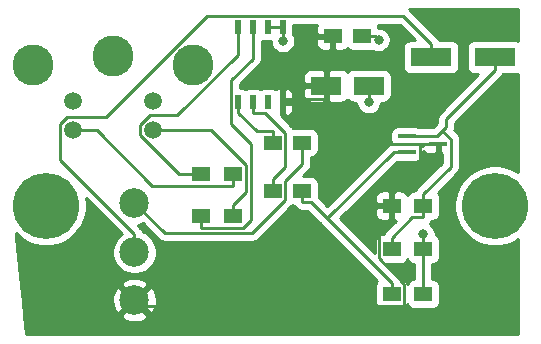
<source format=gbr>
G04 #@! TF.GenerationSoftware,KiCad,Pcbnew,(5.1.4)-1*
G04 #@! TF.CreationDate,2020-06-09T22:55:58+02:00*
G04 #@! TF.ProjectId,S-VHS ZX Spectrum Rev. B,532d5648-5320-45a5-9820-537065637472,rev?*
G04 #@! TF.SameCoordinates,Original*
G04 #@! TF.FileFunction,Copper,L1,Top*
G04 #@! TF.FilePolarity,Positive*
%FSLAX46Y46*%
G04 Gerber Fmt 4.6, Leading zero omitted, Abs format (unit mm)*
G04 Created by KiCad (PCBNEW (5.1.4)-1) date 2020-06-09 22:55:58*
%MOMM*%
%LPD*%
G04 APERTURE LIST*
%ADD10R,0.508000X1.143000*%
%ADD11R,1.500000X1.300000*%
%ADD12C,1.500000*%
%ADD13C,3.465000*%
%ADD14C,5.600000*%
%ADD15R,1.500000X1.250000*%
%ADD16R,2.600000X1.600000*%
%ADD17R,3.500000X1.600000*%
%ADD18C,2.499360*%
%ADD19R,1.500000X0.450000*%
%ADD20C,0.800000*%
%ADD21C,0.250000*%
%ADD22C,0.254000*%
G04 APERTURE END LIST*
D10*
X155194000Y-93726000D03*
X156464000Y-93726000D03*
X157734000Y-93726000D03*
X159004000Y-93726000D03*
X159004000Y-87376000D03*
X157734000Y-87376000D03*
X156464000Y-87376000D03*
X155194000Y-87376000D03*
D11*
X154766000Y-103378000D03*
X152066000Y-103378000D03*
D12*
X141224000Y-93599000D03*
X148024000Y-93599000D03*
X141224000Y-96099000D03*
X148024000Y-96099000D03*
D13*
X137874000Y-90599000D03*
X144624000Y-89799000D03*
X151374000Y-90599000D03*
D14*
X138938000Y-102489000D03*
X176950000Y-102489000D03*
D15*
X158135000Y-97155000D03*
X160635000Y-97155000D03*
X160635000Y-101219000D03*
X158135000Y-101219000D03*
X165715000Y-88138000D03*
X163215000Y-88138000D03*
D16*
X166265000Y-92329000D03*
X162665000Y-92329000D03*
D17*
X176944000Y-89916000D03*
X171544000Y-89916000D03*
D18*
X146431000Y-102235000D03*
X146431000Y-106426000D03*
X146431000Y-110490000D03*
D11*
X170895000Y-102489000D03*
X168195000Y-102489000D03*
X168195000Y-106172000D03*
X170895000Y-106172000D03*
X170895000Y-109982000D03*
X168195000Y-109982000D03*
X152066000Y-99822000D03*
X154766000Y-99822000D03*
D19*
X172145000Y-97282000D03*
X169485000Y-97932000D03*
X169485000Y-96632000D03*
D20*
X159004000Y-88548100D03*
X167101200Y-88448900D03*
X166265000Y-93733200D03*
X170895000Y-104920100D03*
D21*
X170895000Y-102489000D02*
X170895000Y-103464300D01*
X168195000Y-106172000D02*
X168195000Y-105196700D01*
X168195000Y-105196700D02*
X169927400Y-103464300D01*
X169927400Y-103464300D02*
X170895000Y-103464300D01*
X172509100Y-96139200D02*
X172016300Y-96632000D01*
X172016300Y-96632000D02*
X170560300Y-96632000D01*
X176944000Y-91041300D02*
X172804700Y-95180600D01*
X172804700Y-95180600D02*
X172804700Y-95843600D01*
X172804700Y-95843600D02*
X172509100Y-96139200D01*
X172509100Y-96139200D02*
X173220400Y-96850600D01*
X173220400Y-96850600D02*
X173220400Y-99188300D01*
X173220400Y-99188300D02*
X170895000Y-101513700D01*
X170895000Y-102489000D02*
X170895000Y-101513700D01*
X176944000Y-89916000D02*
X176944000Y-91041300D01*
X169485000Y-96632000D02*
X170560300Y-96632000D01*
X171544000Y-89916000D02*
X171544000Y-88790700D01*
X146431000Y-106426000D02*
X146431000Y-104910800D01*
X146431000Y-104910800D02*
X140120300Y-98600100D01*
X140120300Y-98600100D02*
X140120300Y-95596500D01*
X140120300Y-95596500D02*
X140693200Y-95023600D01*
X140693200Y-95023600D02*
X144012700Y-95023600D01*
X144012700Y-95023600D02*
X152598900Y-86437400D01*
X152598900Y-86437400D02*
X169190700Y-86437400D01*
X169190700Y-86437400D02*
X171544000Y-88790700D01*
X159004000Y-88548100D02*
X159004000Y-87376000D01*
X159004000Y-87376000D02*
X157734000Y-87376000D01*
X170895000Y-106172000D02*
X170895000Y-109982000D01*
X170895000Y-104920100D02*
X170895000Y-106172000D01*
X166790300Y-88138000D02*
X167101200Y-88448900D01*
X165715000Y-88138000D02*
X166790300Y-88138000D01*
X166265000Y-92329000D02*
X166265000Y-93733200D01*
X154766000Y-99822000D02*
X154766000Y-100797300D01*
X154766000Y-100797300D02*
X147931900Y-100797300D01*
X147931900Y-100797300D02*
X143233600Y-96099000D01*
X143233600Y-96099000D02*
X141224000Y-96099000D01*
X154766000Y-103378000D02*
X154766000Y-102402700D01*
X148024000Y-96099000D02*
X152908200Y-96099000D01*
X152908200Y-96099000D02*
X155841400Y-99032200D01*
X155841400Y-99032200D02*
X155841400Y-101327300D01*
X155841400Y-101327300D02*
X154766000Y-102402700D01*
X170624000Y-97282000D02*
X171069700Y-97282000D01*
X162665000Y-93454300D02*
X166492700Y-97282000D01*
X166492700Y-97282000D02*
X170624000Y-97282000D01*
X170624000Y-97282000D02*
X170624000Y-99084700D01*
X170624000Y-99084700D02*
X168195000Y-101513700D01*
X168195000Y-102489000D02*
X168195000Y-101513700D01*
X168195000Y-102489000D02*
X168195000Y-103464300D01*
X168195000Y-103464300D02*
X167119600Y-104539700D01*
X167119600Y-104539700D02*
X167119600Y-106956700D01*
X167119600Y-106956700D02*
X169270400Y-109107500D01*
X169270400Y-109107500D02*
X169270400Y-110841800D01*
X169270400Y-110841800D02*
X169154800Y-110957400D01*
X169154800Y-110957400D02*
X146898400Y-110957400D01*
X146898400Y-110957400D02*
X146431000Y-110490000D01*
X159004000Y-93477500D02*
X162641800Y-93477500D01*
X162641800Y-93477500D02*
X162665000Y-93454300D01*
X162665000Y-92329000D02*
X162665000Y-93454300D01*
X159004000Y-93726000D02*
X159004000Y-93477500D01*
X172145000Y-97282000D02*
X171069700Y-97282000D01*
X162665000Y-92329000D02*
X162665000Y-91203700D01*
X163215000Y-88138000D02*
X163215000Y-90653700D01*
X163215000Y-90653700D02*
X162665000Y-91203700D01*
X155194000Y-93726000D02*
X155194000Y-94622800D01*
X158135000Y-97155000D02*
X158135000Y-96204700D01*
X158135000Y-96204700D02*
X156775900Y-96204700D01*
X156775900Y-96204700D02*
X155194000Y-94622800D01*
X146431000Y-102235000D02*
X149016800Y-104820800D01*
X149016800Y-104820800D02*
X156370100Y-104820800D01*
X156370100Y-104820800D02*
X159210400Y-101980500D01*
X159210400Y-101980500D02*
X159210400Y-100384300D01*
X159210400Y-100384300D02*
X160635000Y-98959700D01*
X160635000Y-98959700D02*
X160635000Y-97155000D01*
X162765000Y-103576700D02*
X168195000Y-109006700D01*
X160635000Y-102169300D02*
X161357600Y-102169300D01*
X161357600Y-102169300D02*
X162765000Y-103576700D01*
X168409700Y-97932000D02*
X162765000Y-103576700D01*
X169485000Y-97932000D02*
X168409700Y-97932000D01*
X160635000Y-101219000D02*
X160635000Y-102169300D01*
X168195000Y-109982000D02*
X168195000Y-109006700D01*
X158135000Y-101219000D02*
X158135000Y-100268700D01*
X156464000Y-93726000D02*
X156464000Y-94622800D01*
X156464000Y-94622800D02*
X157517400Y-94622800D01*
X157517400Y-94622800D02*
X159210400Y-96315800D01*
X159210400Y-96315800D02*
X159210400Y-99193300D01*
X159210400Y-99193300D02*
X158135000Y-100268700D01*
X152066000Y-99822000D02*
X150210000Y-99822000D01*
X150210000Y-99822000D02*
X146933000Y-96545000D01*
X146933000Y-96545000D02*
X146933000Y-95629500D01*
X146933000Y-95629500D02*
X147713500Y-94849000D01*
X147713500Y-94849000D02*
X150052100Y-94849000D01*
X150052100Y-94849000D02*
X155194000Y-89707100D01*
X155194000Y-89707100D02*
X155194000Y-87376000D01*
X152066000Y-103378000D02*
X152066000Y-104353300D01*
X152066000Y-104353300D02*
X155650900Y-104353300D01*
X155650900Y-104353300D02*
X156316900Y-103687300D01*
X156316900Y-103687300D02*
X156316900Y-97298500D01*
X156316900Y-97298500D02*
X154614600Y-95596200D01*
X154614600Y-95596200D02*
X154614600Y-91885300D01*
X154614600Y-91885300D02*
X156464000Y-90035900D01*
X156464000Y-90035900D02*
X156464000Y-87376000D01*
D22*
G36*
X178918001Y-99672737D02*
G01*
X178577082Y-99444943D01*
X177951952Y-99186006D01*
X177288318Y-99054000D01*
X176611682Y-99054000D01*
X175948048Y-99186006D01*
X175322918Y-99444943D01*
X174760315Y-99820862D01*
X174281862Y-100299315D01*
X173905943Y-100861918D01*
X173647006Y-101487048D01*
X173515000Y-102150682D01*
X173515000Y-102827318D01*
X173647006Y-103490952D01*
X173905943Y-104116082D01*
X174281862Y-104678685D01*
X174760315Y-105157138D01*
X175322918Y-105533057D01*
X175948048Y-105791994D01*
X176611682Y-105924000D01*
X177288318Y-105924000D01*
X177951952Y-105791994D01*
X178577082Y-105533057D01*
X178918001Y-105305263D01*
X178918001Y-113386000D01*
X137248430Y-113386000D01*
X137087875Y-111803377D01*
X145297229Y-111803377D01*
X145423104Y-112093315D01*
X145755262Y-112259139D01*
X146113387Y-112356975D01*
X146483719Y-112383065D01*
X146852025Y-112336405D01*
X147204151Y-112218789D01*
X147438896Y-112093315D01*
X147564771Y-111803377D01*
X146431000Y-110669605D01*
X145297229Y-111803377D01*
X137087875Y-111803377D01*
X136959982Y-110542719D01*
X144537935Y-110542719D01*
X144584595Y-110911025D01*
X144702211Y-111263151D01*
X144827685Y-111497896D01*
X145117623Y-111623771D01*
X146251395Y-110490000D01*
X146610605Y-110490000D01*
X147744377Y-111623771D01*
X148034315Y-111497896D01*
X148200139Y-111165738D01*
X148297975Y-110807613D01*
X148324065Y-110437281D01*
X148277405Y-110068975D01*
X148159789Y-109716849D01*
X148034315Y-109482104D01*
X147744377Y-109356229D01*
X146610605Y-110490000D01*
X146251395Y-110490000D01*
X145117623Y-109356229D01*
X144827685Y-109482104D01*
X144661861Y-109814262D01*
X144564025Y-110172387D01*
X144537935Y-110542719D01*
X136959982Y-110542719D01*
X136821393Y-109176623D01*
X145297229Y-109176623D01*
X146431000Y-110310395D01*
X147564771Y-109176623D01*
X147438896Y-108886685D01*
X147106738Y-108720861D01*
X146748613Y-108623025D01*
X146378281Y-108596935D01*
X146009975Y-108643595D01*
X145657849Y-108761211D01*
X145423104Y-108886685D01*
X145297229Y-109176623D01*
X136821393Y-109176623D01*
X136423000Y-105249613D01*
X136423000Y-104831823D01*
X136748315Y-105157138D01*
X137310918Y-105533057D01*
X137936048Y-105791994D01*
X138599682Y-105924000D01*
X139276318Y-105924000D01*
X139939952Y-105791994D01*
X140565082Y-105533057D01*
X141127685Y-105157138D01*
X141606138Y-104678685D01*
X141982057Y-104116082D01*
X142240994Y-103490952D01*
X142373000Y-102827318D01*
X142373000Y-102150682D01*
X142317608Y-101872209D01*
X145336221Y-104890823D01*
X145229587Y-104962074D01*
X144967074Y-105224587D01*
X144760818Y-105533269D01*
X144618747Y-105876259D01*
X144546320Y-106240375D01*
X144546320Y-106611625D01*
X144618747Y-106975741D01*
X144760818Y-107318731D01*
X144967074Y-107627413D01*
X145229587Y-107889926D01*
X145538269Y-108096182D01*
X145881259Y-108238253D01*
X146245375Y-108310680D01*
X146616625Y-108310680D01*
X146980741Y-108238253D01*
X147323731Y-108096182D01*
X147632413Y-107889926D01*
X147894926Y-107627413D01*
X148101182Y-107318731D01*
X148243253Y-106975741D01*
X148315680Y-106611625D01*
X148315680Y-106240375D01*
X148243253Y-105876259D01*
X148101182Y-105533269D01*
X147894926Y-105224587D01*
X147632413Y-104962074D01*
X147323731Y-104755818D01*
X147157268Y-104686867D01*
X147136546Y-104618553D01*
X147065974Y-104486524D01*
X146994799Y-104399797D01*
X146971001Y-104370799D01*
X146942003Y-104347001D01*
X146698413Y-104103411D01*
X146980741Y-104047253D01*
X147113472Y-103992274D01*
X148453005Y-105331808D01*
X148476799Y-105360801D01*
X148505792Y-105384595D01*
X148505796Y-105384599D01*
X148552585Y-105422997D01*
X148592524Y-105455774D01*
X148724553Y-105526346D01*
X148867814Y-105569803D01*
X148979467Y-105580800D01*
X148979476Y-105580800D01*
X149016799Y-105584476D01*
X149054122Y-105580800D01*
X156332778Y-105580800D01*
X156370100Y-105584476D01*
X156407422Y-105580800D01*
X156407433Y-105580800D01*
X156519086Y-105569803D01*
X156662347Y-105526346D01*
X156794376Y-105455774D01*
X156910101Y-105360801D01*
X156933904Y-105331797D01*
X159721404Y-102544298D01*
X159750401Y-102520501D01*
X159789646Y-102472681D01*
X159885000Y-102482072D01*
X159940425Y-102482072D01*
X160000026Y-102593576D01*
X160094999Y-102709301D01*
X160210724Y-102804274D01*
X160342753Y-102874846D01*
X160486014Y-102918303D01*
X160597667Y-102929300D01*
X160635000Y-102932977D01*
X160672333Y-102929300D01*
X161042799Y-102929300D01*
X162201200Y-104087702D01*
X162224999Y-104116701D01*
X162254003Y-104140504D01*
X166994089Y-108880590D01*
X166993815Y-108880815D01*
X166914463Y-108977506D01*
X166855498Y-109087820D01*
X166819188Y-109207518D01*
X166806928Y-109332000D01*
X166806928Y-110632000D01*
X166819188Y-110756482D01*
X166855498Y-110876180D01*
X166914463Y-110986494D01*
X166993815Y-111083185D01*
X167090506Y-111162537D01*
X167200820Y-111221502D01*
X167320518Y-111257812D01*
X167445000Y-111270072D01*
X168945000Y-111270072D01*
X169069482Y-111257812D01*
X169189180Y-111221502D01*
X169299494Y-111162537D01*
X169396185Y-111083185D01*
X169475537Y-110986494D01*
X169534502Y-110876180D01*
X169545000Y-110841573D01*
X169555498Y-110876180D01*
X169614463Y-110986494D01*
X169693815Y-111083185D01*
X169790506Y-111162537D01*
X169900820Y-111221502D01*
X170020518Y-111257812D01*
X170145000Y-111270072D01*
X171645000Y-111270072D01*
X171769482Y-111257812D01*
X171889180Y-111221502D01*
X171999494Y-111162537D01*
X172096185Y-111083185D01*
X172175537Y-110986494D01*
X172234502Y-110876180D01*
X172270812Y-110756482D01*
X172283072Y-110632000D01*
X172283072Y-109332000D01*
X172270812Y-109207518D01*
X172234502Y-109087820D01*
X172175537Y-108977506D01*
X172096185Y-108880815D01*
X171999494Y-108801463D01*
X171889180Y-108742498D01*
X171769482Y-108706188D01*
X171655000Y-108694913D01*
X171655000Y-107459087D01*
X171769482Y-107447812D01*
X171889180Y-107411502D01*
X171999494Y-107352537D01*
X172096185Y-107273185D01*
X172175537Y-107176494D01*
X172234502Y-107066180D01*
X172270812Y-106946482D01*
X172283072Y-106822000D01*
X172283072Y-105522000D01*
X172270812Y-105397518D01*
X172234502Y-105277820D01*
X172175537Y-105167506D01*
X172096185Y-105070815D01*
X171999494Y-104991463D01*
X171930000Y-104954317D01*
X171930000Y-104818161D01*
X171890226Y-104618202D01*
X171812205Y-104429844D01*
X171698937Y-104260326D01*
X171554774Y-104116163D01*
X171413621Y-104021848D01*
X171435001Y-104004301D01*
X171529974Y-103888576D01*
X171589575Y-103777072D01*
X171645000Y-103777072D01*
X171769482Y-103764812D01*
X171889180Y-103728502D01*
X171999494Y-103669537D01*
X172096185Y-103590185D01*
X172175537Y-103493494D01*
X172234502Y-103383180D01*
X172270812Y-103263482D01*
X172283072Y-103139000D01*
X172283072Y-101839000D01*
X172270812Y-101714518D01*
X172234502Y-101594820D01*
X172175537Y-101484506D01*
X172096185Y-101387815D01*
X172095911Y-101387590D01*
X173731403Y-99752099D01*
X173760401Y-99728301D01*
X173855374Y-99612576D01*
X173925946Y-99480547D01*
X173969403Y-99337286D01*
X173980400Y-99225633D01*
X173980400Y-99225624D01*
X173984076Y-99188301D01*
X173980400Y-99150978D01*
X173980400Y-96887950D01*
X173984076Y-96850653D01*
X173980400Y-96813302D01*
X173980400Y-96813267D01*
X173975006Y-96758499D01*
X173969413Y-96701666D01*
X173969406Y-96701642D01*
X173969403Y-96701614D01*
X173945763Y-96623681D01*
X173925966Y-96558403D01*
X173925955Y-96558382D01*
X173925946Y-96558353D01*
X173890031Y-96491162D01*
X173855404Y-96426368D01*
X173855385Y-96426345D01*
X173855374Y-96426324D01*
X173808408Y-96369095D01*
X173784235Y-96339637D01*
X173784217Y-96339619D01*
X173760401Y-96310599D01*
X173731423Y-96286818D01*
X173526593Y-96081959D01*
X173553703Y-95992586D01*
X173564700Y-95880933D01*
X173568377Y-95843600D01*
X173564700Y-95806267D01*
X173564700Y-95495401D01*
X177455003Y-91605099D01*
X177484001Y-91581301D01*
X177578974Y-91465576D01*
X177638575Y-91354072D01*
X178694000Y-91354072D01*
X178818482Y-91341812D01*
X178918000Y-91311623D01*
X178918001Y-99672737D01*
X178918001Y-99672737D01*
G37*
X178918001Y-99672737D02*
X178577082Y-99444943D01*
X177951952Y-99186006D01*
X177288318Y-99054000D01*
X176611682Y-99054000D01*
X175948048Y-99186006D01*
X175322918Y-99444943D01*
X174760315Y-99820862D01*
X174281862Y-100299315D01*
X173905943Y-100861918D01*
X173647006Y-101487048D01*
X173515000Y-102150682D01*
X173515000Y-102827318D01*
X173647006Y-103490952D01*
X173905943Y-104116082D01*
X174281862Y-104678685D01*
X174760315Y-105157138D01*
X175322918Y-105533057D01*
X175948048Y-105791994D01*
X176611682Y-105924000D01*
X177288318Y-105924000D01*
X177951952Y-105791994D01*
X178577082Y-105533057D01*
X178918001Y-105305263D01*
X178918001Y-113386000D01*
X137248430Y-113386000D01*
X137087875Y-111803377D01*
X145297229Y-111803377D01*
X145423104Y-112093315D01*
X145755262Y-112259139D01*
X146113387Y-112356975D01*
X146483719Y-112383065D01*
X146852025Y-112336405D01*
X147204151Y-112218789D01*
X147438896Y-112093315D01*
X147564771Y-111803377D01*
X146431000Y-110669605D01*
X145297229Y-111803377D01*
X137087875Y-111803377D01*
X136959982Y-110542719D01*
X144537935Y-110542719D01*
X144584595Y-110911025D01*
X144702211Y-111263151D01*
X144827685Y-111497896D01*
X145117623Y-111623771D01*
X146251395Y-110490000D01*
X146610605Y-110490000D01*
X147744377Y-111623771D01*
X148034315Y-111497896D01*
X148200139Y-111165738D01*
X148297975Y-110807613D01*
X148324065Y-110437281D01*
X148277405Y-110068975D01*
X148159789Y-109716849D01*
X148034315Y-109482104D01*
X147744377Y-109356229D01*
X146610605Y-110490000D01*
X146251395Y-110490000D01*
X145117623Y-109356229D01*
X144827685Y-109482104D01*
X144661861Y-109814262D01*
X144564025Y-110172387D01*
X144537935Y-110542719D01*
X136959982Y-110542719D01*
X136821393Y-109176623D01*
X145297229Y-109176623D01*
X146431000Y-110310395D01*
X147564771Y-109176623D01*
X147438896Y-108886685D01*
X147106738Y-108720861D01*
X146748613Y-108623025D01*
X146378281Y-108596935D01*
X146009975Y-108643595D01*
X145657849Y-108761211D01*
X145423104Y-108886685D01*
X145297229Y-109176623D01*
X136821393Y-109176623D01*
X136423000Y-105249613D01*
X136423000Y-104831823D01*
X136748315Y-105157138D01*
X137310918Y-105533057D01*
X137936048Y-105791994D01*
X138599682Y-105924000D01*
X139276318Y-105924000D01*
X139939952Y-105791994D01*
X140565082Y-105533057D01*
X141127685Y-105157138D01*
X141606138Y-104678685D01*
X141982057Y-104116082D01*
X142240994Y-103490952D01*
X142373000Y-102827318D01*
X142373000Y-102150682D01*
X142317608Y-101872209D01*
X145336221Y-104890823D01*
X145229587Y-104962074D01*
X144967074Y-105224587D01*
X144760818Y-105533269D01*
X144618747Y-105876259D01*
X144546320Y-106240375D01*
X144546320Y-106611625D01*
X144618747Y-106975741D01*
X144760818Y-107318731D01*
X144967074Y-107627413D01*
X145229587Y-107889926D01*
X145538269Y-108096182D01*
X145881259Y-108238253D01*
X146245375Y-108310680D01*
X146616625Y-108310680D01*
X146980741Y-108238253D01*
X147323731Y-108096182D01*
X147632413Y-107889926D01*
X147894926Y-107627413D01*
X148101182Y-107318731D01*
X148243253Y-106975741D01*
X148315680Y-106611625D01*
X148315680Y-106240375D01*
X148243253Y-105876259D01*
X148101182Y-105533269D01*
X147894926Y-105224587D01*
X147632413Y-104962074D01*
X147323731Y-104755818D01*
X147157268Y-104686867D01*
X147136546Y-104618553D01*
X147065974Y-104486524D01*
X146994799Y-104399797D01*
X146971001Y-104370799D01*
X146942003Y-104347001D01*
X146698413Y-104103411D01*
X146980741Y-104047253D01*
X147113472Y-103992274D01*
X148453005Y-105331808D01*
X148476799Y-105360801D01*
X148505792Y-105384595D01*
X148505796Y-105384599D01*
X148552585Y-105422997D01*
X148592524Y-105455774D01*
X148724553Y-105526346D01*
X148867814Y-105569803D01*
X148979467Y-105580800D01*
X148979476Y-105580800D01*
X149016799Y-105584476D01*
X149054122Y-105580800D01*
X156332778Y-105580800D01*
X156370100Y-105584476D01*
X156407422Y-105580800D01*
X156407433Y-105580800D01*
X156519086Y-105569803D01*
X156662347Y-105526346D01*
X156794376Y-105455774D01*
X156910101Y-105360801D01*
X156933904Y-105331797D01*
X159721404Y-102544298D01*
X159750401Y-102520501D01*
X159789646Y-102472681D01*
X159885000Y-102482072D01*
X159940425Y-102482072D01*
X160000026Y-102593576D01*
X160094999Y-102709301D01*
X160210724Y-102804274D01*
X160342753Y-102874846D01*
X160486014Y-102918303D01*
X160597667Y-102929300D01*
X160635000Y-102932977D01*
X160672333Y-102929300D01*
X161042799Y-102929300D01*
X162201200Y-104087702D01*
X162224999Y-104116701D01*
X162254003Y-104140504D01*
X166994089Y-108880590D01*
X166993815Y-108880815D01*
X166914463Y-108977506D01*
X166855498Y-109087820D01*
X166819188Y-109207518D01*
X166806928Y-109332000D01*
X166806928Y-110632000D01*
X166819188Y-110756482D01*
X166855498Y-110876180D01*
X166914463Y-110986494D01*
X166993815Y-111083185D01*
X167090506Y-111162537D01*
X167200820Y-111221502D01*
X167320518Y-111257812D01*
X167445000Y-111270072D01*
X168945000Y-111270072D01*
X169069482Y-111257812D01*
X169189180Y-111221502D01*
X169299494Y-111162537D01*
X169396185Y-111083185D01*
X169475537Y-110986494D01*
X169534502Y-110876180D01*
X169545000Y-110841573D01*
X169555498Y-110876180D01*
X169614463Y-110986494D01*
X169693815Y-111083185D01*
X169790506Y-111162537D01*
X169900820Y-111221502D01*
X170020518Y-111257812D01*
X170145000Y-111270072D01*
X171645000Y-111270072D01*
X171769482Y-111257812D01*
X171889180Y-111221502D01*
X171999494Y-111162537D01*
X172096185Y-111083185D01*
X172175537Y-110986494D01*
X172234502Y-110876180D01*
X172270812Y-110756482D01*
X172283072Y-110632000D01*
X172283072Y-109332000D01*
X172270812Y-109207518D01*
X172234502Y-109087820D01*
X172175537Y-108977506D01*
X172096185Y-108880815D01*
X171999494Y-108801463D01*
X171889180Y-108742498D01*
X171769482Y-108706188D01*
X171655000Y-108694913D01*
X171655000Y-107459087D01*
X171769482Y-107447812D01*
X171889180Y-107411502D01*
X171999494Y-107352537D01*
X172096185Y-107273185D01*
X172175537Y-107176494D01*
X172234502Y-107066180D01*
X172270812Y-106946482D01*
X172283072Y-106822000D01*
X172283072Y-105522000D01*
X172270812Y-105397518D01*
X172234502Y-105277820D01*
X172175537Y-105167506D01*
X172096185Y-105070815D01*
X171999494Y-104991463D01*
X171930000Y-104954317D01*
X171930000Y-104818161D01*
X171890226Y-104618202D01*
X171812205Y-104429844D01*
X171698937Y-104260326D01*
X171554774Y-104116163D01*
X171413621Y-104021848D01*
X171435001Y-104004301D01*
X171529974Y-103888576D01*
X171589575Y-103777072D01*
X171645000Y-103777072D01*
X171769482Y-103764812D01*
X171889180Y-103728502D01*
X171999494Y-103669537D01*
X172096185Y-103590185D01*
X172175537Y-103493494D01*
X172234502Y-103383180D01*
X172270812Y-103263482D01*
X172283072Y-103139000D01*
X172283072Y-101839000D01*
X172270812Y-101714518D01*
X172234502Y-101594820D01*
X172175537Y-101484506D01*
X172096185Y-101387815D01*
X172095911Y-101387590D01*
X173731403Y-99752099D01*
X173760401Y-99728301D01*
X173855374Y-99612576D01*
X173925946Y-99480547D01*
X173969403Y-99337286D01*
X173980400Y-99225633D01*
X173980400Y-99225624D01*
X173984076Y-99188301D01*
X173980400Y-99150978D01*
X173980400Y-96887950D01*
X173984076Y-96850653D01*
X173980400Y-96813302D01*
X173980400Y-96813267D01*
X173975006Y-96758499D01*
X173969413Y-96701666D01*
X173969406Y-96701642D01*
X173969403Y-96701614D01*
X173945763Y-96623681D01*
X173925966Y-96558403D01*
X173925955Y-96558382D01*
X173925946Y-96558353D01*
X173890031Y-96491162D01*
X173855404Y-96426368D01*
X173855385Y-96426345D01*
X173855374Y-96426324D01*
X173808408Y-96369095D01*
X173784235Y-96339637D01*
X173784217Y-96339619D01*
X173760401Y-96310599D01*
X173731423Y-96286818D01*
X173526593Y-96081959D01*
X173553703Y-95992586D01*
X173564700Y-95880933D01*
X173568377Y-95843600D01*
X173564700Y-95806267D01*
X173564700Y-95495401D01*
X177455003Y-91605099D01*
X177484001Y-91581301D01*
X177578974Y-91465576D01*
X177638575Y-91354072D01*
X178694000Y-91354072D01*
X178818482Y-91341812D01*
X178918000Y-91311623D01*
X178918001Y-99672737D01*
G36*
X169555498Y-107066180D02*
G01*
X169614463Y-107176494D01*
X169693815Y-107273185D01*
X169790506Y-107352537D01*
X169900820Y-107411502D01*
X170020518Y-107447812D01*
X170135000Y-107459087D01*
X170135001Y-108694913D01*
X170020518Y-108706188D01*
X169900820Y-108742498D01*
X169790506Y-108801463D01*
X169693815Y-108880815D01*
X169614463Y-108977506D01*
X169555498Y-109087820D01*
X169545000Y-109122427D01*
X169534502Y-109087820D01*
X169475537Y-108977506D01*
X169396185Y-108880815D01*
X169299494Y-108801463D01*
X169189180Y-108742498D01*
X169069482Y-108706188D01*
X168945000Y-108693928D01*
X168889575Y-108693928D01*
X168829974Y-108582424D01*
X168735001Y-108466699D01*
X168706003Y-108442901D01*
X167723174Y-107460072D01*
X168945000Y-107460072D01*
X169069482Y-107447812D01*
X169189180Y-107411502D01*
X169299494Y-107352537D01*
X169396185Y-107273185D01*
X169475537Y-107176494D01*
X169534502Y-107066180D01*
X169545000Y-107031573D01*
X169555498Y-107066180D01*
X169555498Y-107066180D01*
G37*
X169555498Y-107066180D02*
X169614463Y-107176494D01*
X169693815Y-107273185D01*
X169790506Y-107352537D01*
X169900820Y-107411502D01*
X170020518Y-107447812D01*
X170135000Y-107459087D01*
X170135001Y-108694913D01*
X170020518Y-108706188D01*
X169900820Y-108742498D01*
X169790506Y-108801463D01*
X169693815Y-108880815D01*
X169614463Y-108977506D01*
X169555498Y-109087820D01*
X169545000Y-109122427D01*
X169534502Y-109087820D01*
X169475537Y-108977506D01*
X169396185Y-108880815D01*
X169299494Y-108801463D01*
X169189180Y-108742498D01*
X169069482Y-108706188D01*
X168945000Y-108693928D01*
X168889575Y-108693928D01*
X168829974Y-108582424D01*
X168735001Y-108466699D01*
X168706003Y-108442901D01*
X167723174Y-107460072D01*
X168945000Y-107460072D01*
X169069482Y-107447812D01*
X169189180Y-107411502D01*
X169299494Y-107352537D01*
X169396185Y-107273185D01*
X169475537Y-107176494D01*
X169534502Y-107066180D01*
X169545000Y-107031573D01*
X169555498Y-107066180D01*
G36*
X172292000Y-97380000D02*
G01*
X172272000Y-97380000D01*
X172272000Y-97983250D01*
X172430750Y-98142000D01*
X172460401Y-98142196D01*
X172460401Y-98873497D01*
X170383998Y-100949901D01*
X170355000Y-100973699D01*
X170331202Y-101002697D01*
X170331201Y-101002698D01*
X170260026Y-101089424D01*
X170200425Y-101200928D01*
X170145000Y-101200928D01*
X170020518Y-101213188D01*
X169900820Y-101249498D01*
X169790506Y-101308463D01*
X169693815Y-101387815D01*
X169614463Y-101484506D01*
X169555498Y-101594820D01*
X169545000Y-101629427D01*
X169534502Y-101594820D01*
X169475537Y-101484506D01*
X169396185Y-101387815D01*
X169299494Y-101308463D01*
X169189180Y-101249498D01*
X169069482Y-101213188D01*
X168945000Y-101200928D01*
X168480750Y-101204000D01*
X168322000Y-101362750D01*
X168322000Y-102362000D01*
X168342000Y-102362000D01*
X168342000Y-102616000D01*
X168322000Y-102616000D01*
X168322000Y-103615250D01*
X168480750Y-103774000D01*
X168542490Y-103774409D01*
X167683998Y-104632901D01*
X167655000Y-104656699D01*
X167631202Y-104685697D01*
X167631201Y-104685698D01*
X167560026Y-104772424D01*
X167500425Y-104883928D01*
X167445000Y-104883928D01*
X167320518Y-104896188D01*
X167200820Y-104932498D01*
X167090506Y-104991463D01*
X166993815Y-105070815D01*
X166914463Y-105167506D01*
X166855498Y-105277820D01*
X166819188Y-105397518D01*
X166806928Y-105522000D01*
X166806928Y-106543826D01*
X163839801Y-103576700D01*
X164277501Y-103139000D01*
X166806928Y-103139000D01*
X166819188Y-103263482D01*
X166855498Y-103383180D01*
X166914463Y-103493494D01*
X166993815Y-103590185D01*
X167090506Y-103669537D01*
X167200820Y-103728502D01*
X167320518Y-103764812D01*
X167445000Y-103777072D01*
X167909250Y-103774000D01*
X168068000Y-103615250D01*
X168068000Y-102616000D01*
X166968750Y-102616000D01*
X166810000Y-102774750D01*
X166806928Y-103139000D01*
X164277501Y-103139000D01*
X165577501Y-101839000D01*
X166806928Y-101839000D01*
X166810000Y-102203250D01*
X166968750Y-102362000D01*
X168068000Y-102362000D01*
X168068000Y-101362750D01*
X167909250Y-101204000D01*
X167445000Y-101200928D01*
X167320518Y-101213188D01*
X167200820Y-101249498D01*
X167090506Y-101308463D01*
X166993815Y-101387815D01*
X166914463Y-101484506D01*
X166855498Y-101594820D01*
X166819188Y-101714518D01*
X166806928Y-101839000D01*
X165577501Y-101839000D01*
X168631612Y-98784890D01*
X168735000Y-98795072D01*
X170235000Y-98795072D01*
X170359482Y-98782812D01*
X170479180Y-98746502D01*
X170589494Y-98687537D01*
X170686185Y-98608185D01*
X170765537Y-98511494D01*
X170824502Y-98401180D01*
X170860812Y-98281482D01*
X170873072Y-98157000D01*
X170873072Y-97873221D01*
X170950574Y-97964844D01*
X171048434Y-98042750D01*
X171159613Y-98100067D01*
X171279838Y-98134593D01*
X171404488Y-98145001D01*
X171859250Y-98142000D01*
X172018000Y-97983250D01*
X172018000Y-97395509D01*
X172053622Y-97392000D01*
X172053633Y-97392000D01*
X172165286Y-97381003D01*
X172292000Y-97342565D01*
X172292000Y-97380000D01*
X172292000Y-97380000D01*
G37*
X172292000Y-97380000D02*
X172272000Y-97380000D01*
X172272000Y-97983250D01*
X172430750Y-98142000D01*
X172460401Y-98142196D01*
X172460401Y-98873497D01*
X170383998Y-100949901D01*
X170355000Y-100973699D01*
X170331202Y-101002697D01*
X170331201Y-101002698D01*
X170260026Y-101089424D01*
X170200425Y-101200928D01*
X170145000Y-101200928D01*
X170020518Y-101213188D01*
X169900820Y-101249498D01*
X169790506Y-101308463D01*
X169693815Y-101387815D01*
X169614463Y-101484506D01*
X169555498Y-101594820D01*
X169545000Y-101629427D01*
X169534502Y-101594820D01*
X169475537Y-101484506D01*
X169396185Y-101387815D01*
X169299494Y-101308463D01*
X169189180Y-101249498D01*
X169069482Y-101213188D01*
X168945000Y-101200928D01*
X168480750Y-101204000D01*
X168322000Y-101362750D01*
X168322000Y-102362000D01*
X168342000Y-102362000D01*
X168342000Y-102616000D01*
X168322000Y-102616000D01*
X168322000Y-103615250D01*
X168480750Y-103774000D01*
X168542490Y-103774409D01*
X167683998Y-104632901D01*
X167655000Y-104656699D01*
X167631202Y-104685697D01*
X167631201Y-104685698D01*
X167560026Y-104772424D01*
X167500425Y-104883928D01*
X167445000Y-104883928D01*
X167320518Y-104896188D01*
X167200820Y-104932498D01*
X167090506Y-104991463D01*
X166993815Y-105070815D01*
X166914463Y-105167506D01*
X166855498Y-105277820D01*
X166819188Y-105397518D01*
X166806928Y-105522000D01*
X166806928Y-106543826D01*
X163839801Y-103576700D01*
X164277501Y-103139000D01*
X166806928Y-103139000D01*
X166819188Y-103263482D01*
X166855498Y-103383180D01*
X166914463Y-103493494D01*
X166993815Y-103590185D01*
X167090506Y-103669537D01*
X167200820Y-103728502D01*
X167320518Y-103764812D01*
X167445000Y-103777072D01*
X167909250Y-103774000D01*
X168068000Y-103615250D01*
X168068000Y-102616000D01*
X166968750Y-102616000D01*
X166810000Y-102774750D01*
X166806928Y-103139000D01*
X164277501Y-103139000D01*
X165577501Y-101839000D01*
X166806928Y-101839000D01*
X166810000Y-102203250D01*
X166968750Y-102362000D01*
X168068000Y-102362000D01*
X168068000Y-101362750D01*
X167909250Y-101204000D01*
X167445000Y-101200928D01*
X167320518Y-101213188D01*
X167200820Y-101249498D01*
X167090506Y-101308463D01*
X166993815Y-101387815D01*
X166914463Y-101484506D01*
X166855498Y-101594820D01*
X166819188Y-101714518D01*
X166806928Y-101839000D01*
X165577501Y-101839000D01*
X168631612Y-98784890D01*
X168735000Y-98795072D01*
X170235000Y-98795072D01*
X170359482Y-98782812D01*
X170479180Y-98746502D01*
X170589494Y-98687537D01*
X170686185Y-98608185D01*
X170765537Y-98511494D01*
X170824502Y-98401180D01*
X170860812Y-98281482D01*
X170873072Y-98157000D01*
X170873072Y-97873221D01*
X170950574Y-97964844D01*
X171048434Y-98042750D01*
X171159613Y-98100067D01*
X171279838Y-98134593D01*
X171404488Y-98145001D01*
X171859250Y-98142000D01*
X172018000Y-97983250D01*
X172018000Y-97395509D01*
X172053622Y-97392000D01*
X172053633Y-97392000D01*
X172165286Y-97381003D01*
X172292000Y-97342565D01*
X172292000Y-97380000D01*
G36*
X178918000Y-88520376D02*
G01*
X178818482Y-88490188D01*
X178694000Y-88477928D01*
X175194000Y-88477928D01*
X175069518Y-88490188D01*
X174949820Y-88526498D01*
X174839506Y-88585463D01*
X174742815Y-88664815D01*
X174663463Y-88761506D01*
X174604498Y-88871820D01*
X174568188Y-88991518D01*
X174555928Y-89116000D01*
X174555928Y-90716000D01*
X174568188Y-90840482D01*
X174604498Y-90960180D01*
X174663463Y-91070494D01*
X174742815Y-91167185D01*
X174839506Y-91246537D01*
X174949820Y-91305502D01*
X175069518Y-91341812D01*
X175194000Y-91354072D01*
X175556426Y-91354072D01*
X172293703Y-94616796D01*
X172264699Y-94640599D01*
X172215939Y-94700014D01*
X172169726Y-94756324D01*
X172120993Y-94847497D01*
X172099154Y-94888354D01*
X172055697Y-95031615D01*
X172044700Y-95143268D01*
X172044700Y-95143278D01*
X172041024Y-95180600D01*
X172044700Y-95217922D01*
X172044700Y-95528799D01*
X171998120Y-95575379D01*
X171969137Y-95599161D01*
X171945320Y-95628178D01*
X171701499Y-95872000D01*
X170581144Y-95872000D01*
X170479180Y-95817498D01*
X170359482Y-95781188D01*
X170235000Y-95768928D01*
X168735000Y-95768928D01*
X168610518Y-95781188D01*
X168490820Y-95817498D01*
X168380506Y-95876463D01*
X168283815Y-95955815D01*
X168204463Y-96052506D01*
X168145498Y-96162820D01*
X168109188Y-96282518D01*
X168096928Y-96407000D01*
X168096928Y-96857000D01*
X168109188Y-96981482D01*
X168145498Y-97101180D01*
X168199204Y-97201655D01*
X168117453Y-97226454D01*
X167985424Y-97297026D01*
X167869699Y-97391999D01*
X167845901Y-97420997D01*
X162765000Y-102501899D01*
X162023072Y-101759971D01*
X162023072Y-100594000D01*
X162010812Y-100469518D01*
X161974502Y-100349820D01*
X161915537Y-100239506D01*
X161836185Y-100142815D01*
X161739494Y-100063463D01*
X161629180Y-100004498D01*
X161509482Y-99968188D01*
X161385000Y-99955928D01*
X160713574Y-99955928D01*
X161146004Y-99523498D01*
X161175001Y-99499701D01*
X161269974Y-99383976D01*
X161340546Y-99251947D01*
X161384003Y-99108686D01*
X161395000Y-98997033D01*
X161395000Y-98997025D01*
X161398676Y-98959700D01*
X161395000Y-98922375D01*
X161395000Y-98417087D01*
X161509482Y-98405812D01*
X161629180Y-98369502D01*
X161739494Y-98310537D01*
X161836185Y-98231185D01*
X161915537Y-98134494D01*
X161974502Y-98024180D01*
X162010812Y-97904482D01*
X162023072Y-97780000D01*
X162023072Y-96530000D01*
X162010812Y-96405518D01*
X161974502Y-96285820D01*
X161915537Y-96175506D01*
X161836185Y-96078815D01*
X161739494Y-95999463D01*
X161629180Y-95940498D01*
X161509482Y-95904188D01*
X161385000Y-95891928D01*
X159885000Y-95891928D01*
X159847561Y-95895615D01*
X159845374Y-95891524D01*
X159774199Y-95804797D01*
X159750401Y-95775799D01*
X159721404Y-95752002D01*
X158810076Y-94840674D01*
X158877000Y-94773750D01*
X158877000Y-93853000D01*
X159131000Y-93853000D01*
X159131000Y-94773750D01*
X159289750Y-94932500D01*
X159393635Y-94920989D01*
X159512666Y-94882548D01*
X159621910Y-94821624D01*
X159717169Y-94740558D01*
X159794782Y-94642465D01*
X159851767Y-94531116D01*
X159885934Y-94410788D01*
X159895970Y-94286108D01*
X159893000Y-94011750D01*
X159734250Y-93853000D01*
X159131000Y-93853000D01*
X158877000Y-93853000D01*
X158857000Y-93853000D01*
X158857000Y-93599000D01*
X158877000Y-93599000D01*
X158877000Y-92678250D01*
X159131000Y-92678250D01*
X159131000Y-93599000D01*
X159734250Y-93599000D01*
X159893000Y-93440250D01*
X159895970Y-93165892D01*
X159893001Y-93129000D01*
X160726928Y-93129000D01*
X160739188Y-93253482D01*
X160775498Y-93373180D01*
X160834463Y-93483494D01*
X160913815Y-93580185D01*
X161010506Y-93659537D01*
X161120820Y-93718502D01*
X161240518Y-93754812D01*
X161365000Y-93767072D01*
X162379250Y-93764000D01*
X162538000Y-93605250D01*
X162538000Y-92456000D01*
X160888750Y-92456000D01*
X160730000Y-92614750D01*
X160726928Y-93129000D01*
X159893001Y-93129000D01*
X159885934Y-93041212D01*
X159851767Y-92920884D01*
X159794782Y-92809535D01*
X159717169Y-92711442D01*
X159621910Y-92630376D01*
X159512666Y-92569452D01*
X159393635Y-92531011D01*
X159289750Y-92519500D01*
X159131000Y-92678250D01*
X158877000Y-92678250D01*
X158718250Y-92519500D01*
X158614365Y-92531011D01*
X158495334Y-92569452D01*
X158386090Y-92630376D01*
X158368524Y-92645325D01*
X158342494Y-92623963D01*
X158232180Y-92564998D01*
X158112482Y-92528688D01*
X157988000Y-92516428D01*
X157480000Y-92516428D01*
X157355518Y-92528688D01*
X157235820Y-92564998D01*
X157125506Y-92623963D01*
X157099000Y-92645716D01*
X157072494Y-92623963D01*
X156962180Y-92564998D01*
X156842482Y-92528688D01*
X156718000Y-92516428D01*
X156210000Y-92516428D01*
X156085518Y-92528688D01*
X155965820Y-92564998D01*
X155855506Y-92623963D01*
X155829000Y-92645716D01*
X155802494Y-92623963D01*
X155692180Y-92564998D01*
X155572482Y-92528688D01*
X155448000Y-92516428D01*
X155374600Y-92516428D01*
X155374600Y-92200101D01*
X156045701Y-91529000D01*
X160726928Y-91529000D01*
X160730000Y-92043250D01*
X160888750Y-92202000D01*
X162538000Y-92202000D01*
X162538000Y-91052750D01*
X162792000Y-91052750D01*
X162792000Y-92202000D01*
X162812000Y-92202000D01*
X162812000Y-92456000D01*
X162792000Y-92456000D01*
X162792000Y-93605250D01*
X162950750Y-93764000D01*
X163965000Y-93767072D01*
X164089482Y-93754812D01*
X164209180Y-93718502D01*
X164319494Y-93659537D01*
X164416185Y-93580185D01*
X164465000Y-93520704D01*
X164513815Y-93580185D01*
X164610506Y-93659537D01*
X164720820Y-93718502D01*
X164840518Y-93754812D01*
X164965000Y-93767072D01*
X165230000Y-93767072D01*
X165230000Y-93835139D01*
X165269774Y-94035098D01*
X165347795Y-94223456D01*
X165461063Y-94392974D01*
X165605226Y-94537137D01*
X165774744Y-94650405D01*
X165963102Y-94728426D01*
X166163061Y-94768200D01*
X166366939Y-94768200D01*
X166566898Y-94728426D01*
X166755256Y-94650405D01*
X166924774Y-94537137D01*
X167068937Y-94392974D01*
X167182205Y-94223456D01*
X167260226Y-94035098D01*
X167300000Y-93835139D01*
X167300000Y-93767072D01*
X167565000Y-93767072D01*
X167689482Y-93754812D01*
X167809180Y-93718502D01*
X167919494Y-93659537D01*
X168016185Y-93580185D01*
X168095537Y-93483494D01*
X168154502Y-93373180D01*
X168190812Y-93253482D01*
X168203072Y-93129000D01*
X168203072Y-91529000D01*
X168190812Y-91404518D01*
X168154502Y-91284820D01*
X168095537Y-91174506D01*
X168016185Y-91077815D01*
X167919494Y-90998463D01*
X167809180Y-90939498D01*
X167689482Y-90903188D01*
X167565000Y-90890928D01*
X164965000Y-90890928D01*
X164840518Y-90903188D01*
X164720820Y-90939498D01*
X164610506Y-90998463D01*
X164513815Y-91077815D01*
X164465000Y-91137296D01*
X164416185Y-91077815D01*
X164319494Y-90998463D01*
X164209180Y-90939498D01*
X164089482Y-90903188D01*
X163965000Y-90890928D01*
X162950750Y-90894000D01*
X162792000Y-91052750D01*
X162538000Y-91052750D01*
X162379250Y-90894000D01*
X161365000Y-90890928D01*
X161240518Y-90903188D01*
X161120820Y-90939498D01*
X161010506Y-90998463D01*
X160913815Y-91077815D01*
X160834463Y-91174506D01*
X160775498Y-91284820D01*
X160739188Y-91404518D01*
X160726928Y-91529000D01*
X156045701Y-91529000D01*
X156975004Y-90599698D01*
X157004001Y-90575901D01*
X157098974Y-90460176D01*
X157169546Y-90328147D01*
X157213003Y-90184886D01*
X157224000Y-90073233D01*
X157224000Y-90073232D01*
X157227677Y-90035900D01*
X157224000Y-89998567D01*
X157224000Y-88530684D01*
X157235820Y-88537002D01*
X157355518Y-88573312D01*
X157480000Y-88585572D01*
X157969000Y-88585572D01*
X157969000Y-88650039D01*
X158008774Y-88849998D01*
X158086795Y-89038356D01*
X158200063Y-89207874D01*
X158344226Y-89352037D01*
X158513744Y-89465305D01*
X158702102Y-89543326D01*
X158902061Y-89583100D01*
X159105939Y-89583100D01*
X159305898Y-89543326D01*
X159494256Y-89465305D01*
X159663774Y-89352037D01*
X159807937Y-89207874D01*
X159921205Y-89038356D01*
X159999226Y-88849998D01*
X160016530Y-88763000D01*
X161826928Y-88763000D01*
X161839188Y-88887482D01*
X161875498Y-89007180D01*
X161934463Y-89117494D01*
X162013815Y-89214185D01*
X162110506Y-89293537D01*
X162220820Y-89352502D01*
X162340518Y-89388812D01*
X162465000Y-89401072D01*
X162929250Y-89398000D01*
X163088000Y-89239250D01*
X163088000Y-88265000D01*
X161988750Y-88265000D01*
X161830000Y-88423750D01*
X161826928Y-88763000D01*
X160016530Y-88763000D01*
X160039000Y-88650039D01*
X160039000Y-88446161D01*
X159999226Y-88246202D01*
X159921205Y-88057844D01*
X159889829Y-88010887D01*
X159896072Y-87947500D01*
X159896072Y-87197400D01*
X161913673Y-87197400D01*
X161875498Y-87268820D01*
X161839188Y-87388518D01*
X161826928Y-87513000D01*
X161830000Y-87852250D01*
X161988750Y-88011000D01*
X163088000Y-88011000D01*
X163088000Y-87991000D01*
X163342000Y-87991000D01*
X163342000Y-88011000D01*
X163362000Y-88011000D01*
X163362000Y-88265000D01*
X163342000Y-88265000D01*
X163342000Y-89239250D01*
X163500750Y-89398000D01*
X163965000Y-89401072D01*
X164089482Y-89388812D01*
X164209180Y-89352502D01*
X164319494Y-89293537D01*
X164416185Y-89214185D01*
X164465000Y-89154704D01*
X164513815Y-89214185D01*
X164610506Y-89293537D01*
X164720820Y-89352502D01*
X164840518Y-89388812D01*
X164965000Y-89401072D01*
X166465000Y-89401072D01*
X166589482Y-89388812D01*
X166633516Y-89375455D01*
X166799302Y-89444126D01*
X166999261Y-89483900D01*
X167203139Y-89483900D01*
X167403098Y-89444126D01*
X167591456Y-89366105D01*
X167760974Y-89252837D01*
X167905137Y-89108674D01*
X168018405Y-88939156D01*
X168096426Y-88750798D01*
X168136200Y-88550839D01*
X168136200Y-88346961D01*
X168096426Y-88147002D01*
X168018405Y-87958644D01*
X167905137Y-87789126D01*
X167760974Y-87644963D01*
X167591456Y-87531695D01*
X167403098Y-87453674D01*
X167203139Y-87413900D01*
X167093312Y-87413900D01*
X167090812Y-87388518D01*
X167054502Y-87268820D01*
X167016327Y-87197400D01*
X168875899Y-87197400D01*
X170156426Y-88477928D01*
X169794000Y-88477928D01*
X169669518Y-88490188D01*
X169549820Y-88526498D01*
X169439506Y-88585463D01*
X169342815Y-88664815D01*
X169263463Y-88761506D01*
X169204498Y-88871820D01*
X169168188Y-88991518D01*
X169155928Y-89116000D01*
X169155928Y-90716000D01*
X169168188Y-90840482D01*
X169204498Y-90960180D01*
X169263463Y-91070494D01*
X169342815Y-91167185D01*
X169439506Y-91246537D01*
X169549820Y-91305502D01*
X169669518Y-91341812D01*
X169794000Y-91354072D01*
X173294000Y-91354072D01*
X173418482Y-91341812D01*
X173538180Y-91305502D01*
X173648494Y-91246537D01*
X173745185Y-91167185D01*
X173824537Y-91070494D01*
X173883502Y-90960180D01*
X173919812Y-90840482D01*
X173932072Y-90716000D01*
X173932072Y-89116000D01*
X173919812Y-88991518D01*
X173883502Y-88871820D01*
X173824537Y-88761506D01*
X173745185Y-88664815D01*
X173648494Y-88585463D01*
X173538180Y-88526498D01*
X173418482Y-88490188D01*
X173294000Y-88477928D01*
X172238575Y-88477928D01*
X172178974Y-88366424D01*
X172084001Y-88250699D01*
X172055003Y-88226901D01*
X169754504Y-85926403D01*
X169730701Y-85897399D01*
X169705845Y-85877000D01*
X178918000Y-85877000D01*
X178918000Y-88520376D01*
X178918000Y-88520376D01*
G37*
X178918000Y-88520376D02*
X178818482Y-88490188D01*
X178694000Y-88477928D01*
X175194000Y-88477928D01*
X175069518Y-88490188D01*
X174949820Y-88526498D01*
X174839506Y-88585463D01*
X174742815Y-88664815D01*
X174663463Y-88761506D01*
X174604498Y-88871820D01*
X174568188Y-88991518D01*
X174555928Y-89116000D01*
X174555928Y-90716000D01*
X174568188Y-90840482D01*
X174604498Y-90960180D01*
X174663463Y-91070494D01*
X174742815Y-91167185D01*
X174839506Y-91246537D01*
X174949820Y-91305502D01*
X175069518Y-91341812D01*
X175194000Y-91354072D01*
X175556426Y-91354072D01*
X172293703Y-94616796D01*
X172264699Y-94640599D01*
X172215939Y-94700014D01*
X172169726Y-94756324D01*
X172120993Y-94847497D01*
X172099154Y-94888354D01*
X172055697Y-95031615D01*
X172044700Y-95143268D01*
X172044700Y-95143278D01*
X172041024Y-95180600D01*
X172044700Y-95217922D01*
X172044700Y-95528799D01*
X171998120Y-95575379D01*
X171969137Y-95599161D01*
X171945320Y-95628178D01*
X171701499Y-95872000D01*
X170581144Y-95872000D01*
X170479180Y-95817498D01*
X170359482Y-95781188D01*
X170235000Y-95768928D01*
X168735000Y-95768928D01*
X168610518Y-95781188D01*
X168490820Y-95817498D01*
X168380506Y-95876463D01*
X168283815Y-95955815D01*
X168204463Y-96052506D01*
X168145498Y-96162820D01*
X168109188Y-96282518D01*
X168096928Y-96407000D01*
X168096928Y-96857000D01*
X168109188Y-96981482D01*
X168145498Y-97101180D01*
X168199204Y-97201655D01*
X168117453Y-97226454D01*
X167985424Y-97297026D01*
X167869699Y-97391999D01*
X167845901Y-97420997D01*
X162765000Y-102501899D01*
X162023072Y-101759971D01*
X162023072Y-100594000D01*
X162010812Y-100469518D01*
X161974502Y-100349820D01*
X161915537Y-100239506D01*
X161836185Y-100142815D01*
X161739494Y-100063463D01*
X161629180Y-100004498D01*
X161509482Y-99968188D01*
X161385000Y-99955928D01*
X160713574Y-99955928D01*
X161146004Y-99523498D01*
X161175001Y-99499701D01*
X161269974Y-99383976D01*
X161340546Y-99251947D01*
X161384003Y-99108686D01*
X161395000Y-98997033D01*
X161395000Y-98997025D01*
X161398676Y-98959700D01*
X161395000Y-98922375D01*
X161395000Y-98417087D01*
X161509482Y-98405812D01*
X161629180Y-98369502D01*
X161739494Y-98310537D01*
X161836185Y-98231185D01*
X161915537Y-98134494D01*
X161974502Y-98024180D01*
X162010812Y-97904482D01*
X162023072Y-97780000D01*
X162023072Y-96530000D01*
X162010812Y-96405518D01*
X161974502Y-96285820D01*
X161915537Y-96175506D01*
X161836185Y-96078815D01*
X161739494Y-95999463D01*
X161629180Y-95940498D01*
X161509482Y-95904188D01*
X161385000Y-95891928D01*
X159885000Y-95891928D01*
X159847561Y-95895615D01*
X159845374Y-95891524D01*
X159774199Y-95804797D01*
X159750401Y-95775799D01*
X159721404Y-95752002D01*
X158810076Y-94840674D01*
X158877000Y-94773750D01*
X158877000Y-93853000D01*
X159131000Y-93853000D01*
X159131000Y-94773750D01*
X159289750Y-94932500D01*
X159393635Y-94920989D01*
X159512666Y-94882548D01*
X159621910Y-94821624D01*
X159717169Y-94740558D01*
X159794782Y-94642465D01*
X159851767Y-94531116D01*
X159885934Y-94410788D01*
X159895970Y-94286108D01*
X159893000Y-94011750D01*
X159734250Y-93853000D01*
X159131000Y-93853000D01*
X158877000Y-93853000D01*
X158857000Y-93853000D01*
X158857000Y-93599000D01*
X158877000Y-93599000D01*
X158877000Y-92678250D01*
X159131000Y-92678250D01*
X159131000Y-93599000D01*
X159734250Y-93599000D01*
X159893000Y-93440250D01*
X159895970Y-93165892D01*
X159893001Y-93129000D01*
X160726928Y-93129000D01*
X160739188Y-93253482D01*
X160775498Y-93373180D01*
X160834463Y-93483494D01*
X160913815Y-93580185D01*
X161010506Y-93659537D01*
X161120820Y-93718502D01*
X161240518Y-93754812D01*
X161365000Y-93767072D01*
X162379250Y-93764000D01*
X162538000Y-93605250D01*
X162538000Y-92456000D01*
X160888750Y-92456000D01*
X160730000Y-92614750D01*
X160726928Y-93129000D01*
X159893001Y-93129000D01*
X159885934Y-93041212D01*
X159851767Y-92920884D01*
X159794782Y-92809535D01*
X159717169Y-92711442D01*
X159621910Y-92630376D01*
X159512666Y-92569452D01*
X159393635Y-92531011D01*
X159289750Y-92519500D01*
X159131000Y-92678250D01*
X158877000Y-92678250D01*
X158718250Y-92519500D01*
X158614365Y-92531011D01*
X158495334Y-92569452D01*
X158386090Y-92630376D01*
X158368524Y-92645325D01*
X158342494Y-92623963D01*
X158232180Y-92564998D01*
X158112482Y-92528688D01*
X157988000Y-92516428D01*
X157480000Y-92516428D01*
X157355518Y-92528688D01*
X157235820Y-92564998D01*
X157125506Y-92623963D01*
X157099000Y-92645716D01*
X157072494Y-92623963D01*
X156962180Y-92564998D01*
X156842482Y-92528688D01*
X156718000Y-92516428D01*
X156210000Y-92516428D01*
X156085518Y-92528688D01*
X155965820Y-92564998D01*
X155855506Y-92623963D01*
X155829000Y-92645716D01*
X155802494Y-92623963D01*
X155692180Y-92564998D01*
X155572482Y-92528688D01*
X155448000Y-92516428D01*
X155374600Y-92516428D01*
X155374600Y-92200101D01*
X156045701Y-91529000D01*
X160726928Y-91529000D01*
X160730000Y-92043250D01*
X160888750Y-92202000D01*
X162538000Y-92202000D01*
X162538000Y-91052750D01*
X162792000Y-91052750D01*
X162792000Y-92202000D01*
X162812000Y-92202000D01*
X162812000Y-92456000D01*
X162792000Y-92456000D01*
X162792000Y-93605250D01*
X162950750Y-93764000D01*
X163965000Y-93767072D01*
X164089482Y-93754812D01*
X164209180Y-93718502D01*
X164319494Y-93659537D01*
X164416185Y-93580185D01*
X164465000Y-93520704D01*
X164513815Y-93580185D01*
X164610506Y-93659537D01*
X164720820Y-93718502D01*
X164840518Y-93754812D01*
X164965000Y-93767072D01*
X165230000Y-93767072D01*
X165230000Y-93835139D01*
X165269774Y-94035098D01*
X165347795Y-94223456D01*
X165461063Y-94392974D01*
X165605226Y-94537137D01*
X165774744Y-94650405D01*
X165963102Y-94728426D01*
X166163061Y-94768200D01*
X166366939Y-94768200D01*
X166566898Y-94728426D01*
X166755256Y-94650405D01*
X166924774Y-94537137D01*
X167068937Y-94392974D01*
X167182205Y-94223456D01*
X167260226Y-94035098D01*
X167300000Y-93835139D01*
X167300000Y-93767072D01*
X167565000Y-93767072D01*
X167689482Y-93754812D01*
X167809180Y-93718502D01*
X167919494Y-93659537D01*
X168016185Y-93580185D01*
X168095537Y-93483494D01*
X168154502Y-93373180D01*
X168190812Y-93253482D01*
X168203072Y-93129000D01*
X168203072Y-91529000D01*
X168190812Y-91404518D01*
X168154502Y-91284820D01*
X168095537Y-91174506D01*
X168016185Y-91077815D01*
X167919494Y-90998463D01*
X167809180Y-90939498D01*
X167689482Y-90903188D01*
X167565000Y-90890928D01*
X164965000Y-90890928D01*
X164840518Y-90903188D01*
X164720820Y-90939498D01*
X164610506Y-90998463D01*
X164513815Y-91077815D01*
X164465000Y-91137296D01*
X164416185Y-91077815D01*
X164319494Y-90998463D01*
X164209180Y-90939498D01*
X164089482Y-90903188D01*
X163965000Y-90890928D01*
X162950750Y-90894000D01*
X162792000Y-91052750D01*
X162538000Y-91052750D01*
X162379250Y-90894000D01*
X161365000Y-90890928D01*
X161240518Y-90903188D01*
X161120820Y-90939498D01*
X161010506Y-90998463D01*
X160913815Y-91077815D01*
X160834463Y-91174506D01*
X160775498Y-91284820D01*
X160739188Y-91404518D01*
X160726928Y-91529000D01*
X156045701Y-91529000D01*
X156975004Y-90599698D01*
X157004001Y-90575901D01*
X157098974Y-90460176D01*
X157169546Y-90328147D01*
X157213003Y-90184886D01*
X157224000Y-90073233D01*
X157224000Y-90073232D01*
X157227677Y-90035900D01*
X157224000Y-89998567D01*
X157224000Y-88530684D01*
X157235820Y-88537002D01*
X157355518Y-88573312D01*
X157480000Y-88585572D01*
X157969000Y-88585572D01*
X157969000Y-88650039D01*
X158008774Y-88849998D01*
X158086795Y-89038356D01*
X158200063Y-89207874D01*
X158344226Y-89352037D01*
X158513744Y-89465305D01*
X158702102Y-89543326D01*
X158902061Y-89583100D01*
X159105939Y-89583100D01*
X159305898Y-89543326D01*
X159494256Y-89465305D01*
X159663774Y-89352037D01*
X159807937Y-89207874D01*
X159921205Y-89038356D01*
X159999226Y-88849998D01*
X160016530Y-88763000D01*
X161826928Y-88763000D01*
X161839188Y-88887482D01*
X161875498Y-89007180D01*
X161934463Y-89117494D01*
X162013815Y-89214185D01*
X162110506Y-89293537D01*
X162220820Y-89352502D01*
X162340518Y-89388812D01*
X162465000Y-89401072D01*
X162929250Y-89398000D01*
X163088000Y-89239250D01*
X163088000Y-88265000D01*
X161988750Y-88265000D01*
X161830000Y-88423750D01*
X161826928Y-88763000D01*
X160016530Y-88763000D01*
X160039000Y-88650039D01*
X160039000Y-88446161D01*
X159999226Y-88246202D01*
X159921205Y-88057844D01*
X159889829Y-88010887D01*
X159896072Y-87947500D01*
X159896072Y-87197400D01*
X161913673Y-87197400D01*
X161875498Y-87268820D01*
X161839188Y-87388518D01*
X161826928Y-87513000D01*
X161830000Y-87852250D01*
X161988750Y-88011000D01*
X163088000Y-88011000D01*
X163088000Y-87991000D01*
X163342000Y-87991000D01*
X163342000Y-88011000D01*
X163362000Y-88011000D01*
X163362000Y-88265000D01*
X163342000Y-88265000D01*
X163342000Y-89239250D01*
X163500750Y-89398000D01*
X163965000Y-89401072D01*
X164089482Y-89388812D01*
X164209180Y-89352502D01*
X164319494Y-89293537D01*
X164416185Y-89214185D01*
X164465000Y-89154704D01*
X164513815Y-89214185D01*
X164610506Y-89293537D01*
X164720820Y-89352502D01*
X164840518Y-89388812D01*
X164965000Y-89401072D01*
X166465000Y-89401072D01*
X166589482Y-89388812D01*
X166633516Y-89375455D01*
X166799302Y-89444126D01*
X166999261Y-89483900D01*
X167203139Y-89483900D01*
X167403098Y-89444126D01*
X167591456Y-89366105D01*
X167760974Y-89252837D01*
X167905137Y-89108674D01*
X168018405Y-88939156D01*
X168096426Y-88750798D01*
X168136200Y-88550839D01*
X168136200Y-88346961D01*
X168096426Y-88147002D01*
X168018405Y-87958644D01*
X167905137Y-87789126D01*
X167760974Y-87644963D01*
X167591456Y-87531695D01*
X167403098Y-87453674D01*
X167203139Y-87413900D01*
X167093312Y-87413900D01*
X167090812Y-87388518D01*
X167054502Y-87268820D01*
X167016327Y-87197400D01*
X168875899Y-87197400D01*
X170156426Y-88477928D01*
X169794000Y-88477928D01*
X169669518Y-88490188D01*
X169549820Y-88526498D01*
X169439506Y-88585463D01*
X169342815Y-88664815D01*
X169263463Y-88761506D01*
X169204498Y-88871820D01*
X169168188Y-88991518D01*
X169155928Y-89116000D01*
X169155928Y-90716000D01*
X169168188Y-90840482D01*
X169204498Y-90960180D01*
X169263463Y-91070494D01*
X169342815Y-91167185D01*
X169439506Y-91246537D01*
X169549820Y-91305502D01*
X169669518Y-91341812D01*
X169794000Y-91354072D01*
X173294000Y-91354072D01*
X173418482Y-91341812D01*
X173538180Y-91305502D01*
X173648494Y-91246537D01*
X173745185Y-91167185D01*
X173824537Y-91070494D01*
X173883502Y-90960180D01*
X173919812Y-90840482D01*
X173932072Y-90716000D01*
X173932072Y-89116000D01*
X173919812Y-88991518D01*
X173883502Y-88871820D01*
X173824537Y-88761506D01*
X173745185Y-88664815D01*
X173648494Y-88585463D01*
X173538180Y-88526498D01*
X173418482Y-88490188D01*
X173294000Y-88477928D01*
X172238575Y-88477928D01*
X172178974Y-88366424D01*
X172084001Y-88250699D01*
X172055003Y-88226901D01*
X169754504Y-85926403D01*
X169730701Y-85897399D01*
X169705845Y-85877000D01*
X178918000Y-85877000D01*
X178918000Y-88520376D01*
G36*
X170827162Y-97471588D02*
G01*
X170824502Y-97462820D01*
X170795735Y-97409002D01*
X170889748Y-97409002D01*
X170827162Y-97471588D01*
X170827162Y-97471588D01*
G37*
X170827162Y-97471588D02*
X170824502Y-97462820D01*
X170795735Y-97409002D01*
X170889748Y-97409002D01*
X170827162Y-97471588D01*
M02*

</source>
